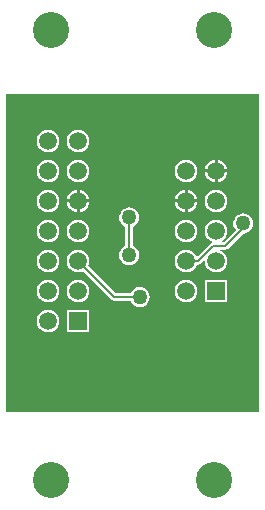
<source format=gbl>
%FSTAX23Y23*%
%MOIN*%
%SFA1B1*%

%IPPOS*%
%ADD10C,0.008000*%
%ADD11R,0.059060X0.059060*%
%ADD12C,0.059060*%
%ADD13C,0.050000*%
%ADD14C,0.120000*%
%LNjtag_connector3-1*%
%LPD*%
G36*
X02922Y03475D02*
X0208D01*
Y04535*
X02922*
Y03475*
G37*
%LNjtag_connector3-2*%
%LPC*%
G36*
X0232Y04117D02*
X0231Y04116D01*
X02301Y04112*
X02293Y04106*
X02287Y04098*
X02283Y04089*
X02282Y0408*
X02283Y0407*
X02287Y04061*
X02293Y04053*
X02301Y04047*
X0231Y04043*
X0232Y04042*
X02329Y04043*
X02338Y04047*
X02346Y04053*
X02352Y04061*
X02356Y0407*
X02357Y0408*
X02356Y04089*
X02352Y04098*
X02346Y04106*
X02338Y04112*
X02329Y04116*
X0232Y04117*
G37*
G36*
X0222D02*
X0221Y04116D01*
X02201Y04112*
X02193Y04106*
X02187Y04098*
X02183Y04089*
X02182Y0408*
X02183Y0407*
X02187Y04061*
X02193Y04053*
X02201Y04047*
X0221Y04043*
X0222Y04042*
X02229Y04043*
X02238Y04047*
X02246Y04053*
X02252Y04061*
X02256Y0407*
X02257Y0408*
X02256Y04089*
X02252Y04098*
X02246Y04106*
X02238Y04112*
X02229Y04116*
X0222Y04117*
G37*
G36*
X0249Y04158D02*
X02481Y04157D01*
X02473Y04153*
X02466Y04148*
X02461Y04141*
X02457Y04133*
X02456Y04125*
X02457Y04116*
X02461Y04108*
X02466Y04101*
X02473Y04096*
X02477Y04094*
Y0403*
X02473Y04028*
X02466Y04023*
X02461Y04016*
X02457Y04008*
X02456Y04*
X02457Y03991*
X02461Y03983*
X02466Y03976*
X02473Y03971*
X02481Y03967*
X0249Y03966*
X02498Y03967*
X02506Y03971*
X02513Y03976*
X02518Y03983*
X02522Y03991*
X02523Y04*
X02522Y04008*
X02518Y04016*
X02513Y04023*
X02506Y04028*
X02502Y0403*
Y04094*
X02506Y04096*
X02513Y04101*
X02518Y04108*
X02522Y04116*
X02523Y04125*
X02522Y04133*
X02518Y04141*
X02513Y04148*
X02506Y04153*
X02498Y04157*
X0249Y04158*
G37*
G36*
X0268Y04117D02*
X0267Y04116D01*
X02661Y04112*
X02653Y04106*
X02647Y04098*
X02643Y04089*
X02642Y0408*
X02643Y0407*
X02647Y04061*
X02653Y04053*
X02661Y04047*
X0267Y04043*
X0268Y04042*
X02689Y04043*
X02698Y04047*
X02706Y04053*
X02712Y04061*
X02716Y0407*
X02717Y0408*
X02716Y04089*
X02712Y04098*
X02706Y04106*
X02698Y04112*
X02689Y04116*
X0268Y04117*
G37*
G36*
X0278Y04217D02*
X0277Y04216D01*
X02761Y04212*
X02753Y04206*
X02747Y04198*
X02743Y04189*
X02742Y0418*
X02743Y0417*
X02747Y04161*
X02753Y04153*
X02761Y04147*
X0277Y04143*
X0278Y04142*
X02789Y04143*
X02798Y04147*
X02806Y04153*
X02812Y04161*
X02816Y0417*
X02817Y0418*
X02816Y04189*
X02812Y04198*
X02806Y04206*
X02798Y04212*
X02789Y04216*
X0278Y04217*
G37*
G36*
X0222D02*
X0221Y04216D01*
X02201Y04212*
X02193Y04206*
X02187Y04198*
X02183Y04189*
X02182Y0418*
X02183Y0417*
X02187Y04161*
X02193Y04153*
X02201Y04147*
X0221Y04143*
X0222Y04142*
X02229Y04143*
X02238Y04147*
X02246Y04153*
X02252Y04161*
X02256Y0417*
X02257Y0418*
X02256Y04189*
X02252Y04198*
X02246Y04206*
X02238Y04212*
X02229Y04216*
X0222Y04217*
G37*
G36*
X0287Y04138D02*
X02861Y04137D01*
X02853Y04133*
X02846Y04128*
X02841Y04121*
X02837Y04113*
X02836Y04105*
X02837Y04096*
X02841Y04088*
X02845Y04082*
X02804Y04042*
X02799*
X02798Y04047*
X02798Y04047*
X02806Y04053*
X02812Y04061*
X02816Y0407*
X02817Y0408*
X02816Y04089*
X02812Y04098*
X02806Y04106*
X02798Y04112*
X02789Y04116*
X0278Y04117*
X0277Y04116*
X02761Y04112*
X02753Y04106*
X02747Y04098*
X02743Y04089*
X02742Y0408*
X02743Y0407*
X02747Y04061*
X02753Y04053*
X02761Y04047*
X02764Y04045*
X02764Y0404*
X02761Y04038*
X02718Y03995*
X02713Y03996*
X02712Y03998*
X02706Y04006*
X02698Y04012*
X02689Y04016*
X0268Y04017*
X0267Y04016*
X02661Y04012*
X02653Y04006*
X02647Y03998*
X02643Y03989*
X02642Y0398*
X02643Y0397*
X02647Y03961*
X02653Y03953*
X02661Y03947*
X0267Y03943*
X0268Y03942*
X02689Y03943*
X02698Y03947*
X02706Y03953*
X02712Y03961*
X02715Y03967*
X0272*
X02724Y03968*
X02728Y03971*
X02737Y0398*
X02742Y03978*
X02743Y0397*
X02747Y03961*
X02753Y03953*
X02761Y03947*
X0277Y03943*
X0278Y03942*
X02789Y03943*
X02798Y03947*
X02806Y03953*
X02812Y03961*
X02816Y0397*
X02817Y0398*
X02816Y03989*
X02812Y03998*
X02806Y04006*
X02798Y04012*
X02789Y04016*
X02789Y04017*
X0281*
X02814Y04018*
X02818Y04021*
X02869Y04071*
X0287Y04071*
X02878Y04072*
X02886Y04076*
X02893Y04081*
X02898Y04088*
X02902Y04096*
X02903Y04105*
X02902Y04113*
X02898Y04121*
X02893Y04128*
X02886Y04133*
X02878Y04137*
X0287Y04138*
G37*
G36*
X0222Y04017D02*
X0221Y04016D01*
X02201Y04012*
X02193Y04006*
X02187Y03998*
X02183Y03989*
X02182Y0398*
X02183Y0397*
X02187Y03961*
X02193Y03953*
X02201Y03947*
X0221Y03943*
X0222Y03942*
X02229Y03943*
X02238Y03947*
X02246Y03953*
X02252Y03961*
X02256Y0397*
X02257Y0398*
X02256Y03989*
X02252Y03998*
X02246Y04006*
X02238Y04012*
X02229Y04016*
X0222Y04017*
G37*
G36*
X0232D02*
X0231Y04016D01*
X02301Y04012*
X02293Y04006*
X02287Y03998*
X02283Y03989*
X02282Y0398*
X02283Y0397*
X02287Y03961*
X02293Y03953*
X02301Y03947*
X0231Y03943*
X0232Y03942*
X02329Y03943*
X02336Y03946*
X02431Y03851*
X02435Y03848*
X0244Y03847*
X02494*
X02496Y03843*
X02501Y03836*
X02508Y03831*
X02516Y03827*
X02525Y03826*
X02533Y03827*
X02541Y03831*
X02548Y03836*
X02553Y03843*
X02557Y03851*
X02558Y0386*
X02557Y03868*
X02553Y03876*
X02548Y03883*
X02541Y03888*
X02533Y03892*
X02525Y03893*
X02516Y03892*
X02508Y03888*
X02501Y03883*
X02496Y03876*
X02494Y03872*
X02445*
X02353Y03963*
X02356Y0397*
X02357Y0398*
X02356Y03989*
X02352Y03998*
X02346Y04006*
X02338Y04012*
X02329Y04016*
X0232Y04017*
G37*
G36*
X02357Y03817D02*
X02282D01*
Y03742*
X02357*
Y03817*
G37*
G36*
X0222Y03817D02*
X0221Y03816D01*
X02201Y03812*
X02193Y03806*
X02187Y03798*
X02183Y03789*
X02182Y0378*
X02183Y0377*
X02187Y03761*
X02193Y03753*
X02201Y03747*
X0221Y03743*
X0222Y03742*
X02229Y03743*
X02238Y03747*
X02246Y03753*
X02252Y03761*
X02256Y0377*
X02257Y0378*
X02256Y03789*
X02252Y03798*
X02246Y03806*
X02238Y03812*
X02229Y03816*
X0222Y03817*
G37*
G36*
Y03917D02*
X0221Y03916D01*
X02201Y03912*
X02193Y03906*
X02187Y03898*
X02183Y03889*
X02182Y0388*
X02183Y0387*
X02187Y03861*
X02193Y03853*
X02201Y03847*
X0221Y03843*
X0222Y03842*
X02229Y03843*
X02238Y03847*
X02246Y03853*
X02252Y03861*
X02256Y0387*
X02257Y0388*
X02256Y03889*
X02252Y03898*
X02246Y03906*
X02238Y03912*
X02229Y03916*
X0222Y03917*
G37*
G36*
X02817Y03917D02*
X02742D01*
Y03842*
X02817*
Y03917*
G37*
G36*
X0268Y03917D02*
X0267Y03916D01*
X02661Y03912*
X02653Y03906*
X02647Y03898*
X02643Y03889*
X02642Y0388*
X02643Y0387*
X02647Y03861*
X02653Y03853*
X02661Y03847*
X0267Y03843*
X0268Y03842*
X02689Y03843*
X02698Y03847*
X02706Y03853*
X02712Y03861*
X02716Y0387*
X02717Y0388*
X02716Y03889*
X02712Y03898*
X02706Y03906*
X02698Y03912*
X02689Y03916*
X0268Y03917*
G37*
G36*
X0232D02*
X0231Y03916D01*
X02301Y03912*
X02293Y03906*
X02287Y03898*
X02283Y03889*
X02282Y0388*
X02283Y0387*
X02287Y03861*
X02293Y03853*
X02301Y03847*
X0231Y03843*
X0232Y03842*
X02329Y03843*
X02338Y03847*
X02346Y03853*
X02352Y03861*
X02356Y0387*
X02357Y0388*
X02356Y03889*
X02352Y03898*
X02346Y03906*
X02338Y03912*
X02329Y03916*
X0232Y03917*
G37*
G36*
X02315Y04175D02*
X02282D01*
X02283Y0417*
X02287Y04161*
X02293Y04153*
X02301Y04147*
X0231Y04143*
X02315Y04142*
Y04175*
G37*
G36*
X02775Y04275D02*
X02742D01*
X02743Y0427*
X02747Y04261*
X02753Y04253*
X02761Y04247*
X0277Y04243*
X02775Y04242*
Y04275*
G37*
G36*
X02817D02*
X02785D01*
Y04242*
X02789Y04243*
X02798Y04247*
X02806Y04253*
X02812Y04261*
X02816Y0427*
X02817Y04275*
G37*
G36*
X0232Y04317D02*
X0231Y04316D01*
X02301Y04312*
X02293Y04306*
X02287Y04298*
X02283Y04289*
X02282Y0428*
X02283Y0427*
X02287Y04261*
X02293Y04253*
X02301Y04247*
X0231Y04243*
X0232Y04242*
X02329Y04243*
X02338Y04247*
X02346Y04253*
X02352Y04261*
X02356Y0427*
X02357Y0428*
X02356Y04289*
X02352Y04298*
X02346Y04306*
X02338Y04312*
X02329Y04316*
X0232Y04317*
G37*
G36*
X0268D02*
X0267Y04316D01*
X02661Y04312*
X02653Y04306*
X02647Y04298*
X02643Y04289*
X02642Y0428*
X02643Y0427*
X02647Y04261*
X02653Y04253*
X02661Y04247*
X0267Y04243*
X0268Y04242*
X02689Y04243*
X02698Y04247*
X02706Y04253*
X02712Y04261*
X02716Y0427*
X02717Y0428*
X02716Y04289*
X02712Y04298*
X02706Y04306*
X02698Y04312*
X02689Y04316*
X0268Y04317*
G37*
G36*
X0222Y04417D02*
X0221Y04416D01*
X02201Y04412*
X02193Y04406*
X02187Y04398*
X02183Y04389*
X02182Y0438*
X02183Y0437*
X02187Y04361*
X02193Y04353*
X02201Y04347*
X0221Y04343*
X0222Y04342*
X02229Y04343*
X02238Y04347*
X02246Y04353*
X02252Y04361*
X02256Y0437*
X02257Y0438*
X02256Y04389*
X02252Y04398*
X02246Y04406*
X02238Y04412*
X02229Y04416*
X0222Y04417*
G37*
G36*
X0232D02*
X0231Y04416D01*
X02301Y04412*
X02293Y04406*
X02287Y04398*
X02283Y04389*
X02282Y0438*
X02283Y0437*
X02287Y04361*
X02293Y04353*
X02301Y04347*
X0231Y04343*
X0232Y04342*
X02329Y04343*
X02338Y04347*
X02346Y04353*
X02352Y04361*
X02356Y0437*
X02357Y0438*
X02356Y04389*
X02352Y04398*
X02346Y04406*
X02338Y04412*
X02329Y04416*
X0232Y04417*
G37*
G36*
X02775Y04317D02*
X0277Y04316D01*
X02761Y04312*
X02753Y04306*
X02747Y04298*
X02743Y04289*
X02742Y04285*
X02775*
Y04317*
G37*
G36*
X02785D02*
Y04285D01*
X02817*
X02816Y04289*
X02812Y04298*
X02806Y04306*
X02798Y04312*
X02789Y04316*
X02785Y04317*
G37*
G36*
X02717Y04175D02*
X02685D01*
Y04142*
X02689Y04143*
X02698Y04147*
X02706Y04153*
X02712Y04161*
X02716Y0417*
X02717Y04175*
G37*
G36*
X02315Y04217D02*
X0231Y04216D01*
X02301Y04212*
X02293Y04206*
X02287Y04198*
X02283Y04189*
X02282Y04185*
X02315*
Y04217*
G37*
G36*
X02357Y04175D02*
X02325D01*
Y04142*
X02329Y04143*
X02338Y04147*
X02346Y04153*
X02352Y04161*
X02356Y0417*
X02357Y04175*
G37*
G36*
X02675D02*
X02642D01*
X02643Y0417*
X02647Y04161*
X02653Y04153*
X02661Y04147*
X0267Y04143*
X02675Y04142*
Y04175*
G37*
G36*
X02685Y04217D02*
Y04185D01*
X02717*
X02716Y04189*
X02712Y04198*
X02706Y04206*
X02698Y04212*
X02689Y04216*
X02685Y04217*
G37*
G36*
X0222Y04317D02*
X0221Y04316D01*
X02201Y04312*
X02193Y04306*
X02187Y04298*
X02183Y04289*
X02182Y0428*
X02183Y0427*
X02187Y04261*
X02193Y04253*
X02201Y04247*
X0221Y04243*
X0222Y04242*
X02229Y04243*
X02238Y04247*
X02246Y04253*
X02252Y04261*
X02256Y0427*
X02257Y0428*
X02256Y04289*
X02252Y04298*
X02246Y04306*
X02238Y04312*
X02229Y04316*
X0222Y04317*
G37*
G36*
X02325Y04217D02*
Y04185D01*
X02357*
X02356Y04189*
X02352Y04198*
X02346Y04206*
X02338Y04212*
X02329Y04216*
X02325Y04217*
G37*
G36*
X02675D02*
X0267Y04216D01*
X02661Y04212*
X02653Y04206*
X02647Y04198*
X02643Y04189*
X02642Y04185*
X02675*
Y04217*
G37*
%LNjtag_connector3-3*%
%LPD*%
G54D10*
X0281Y0403D02*
X02885Y04105D01*
X0268Y0398D02*
X0272D01*
X0277Y0403D02*
X0281D01*
X0244Y0386D02*
X02525D01*
X0232Y0398D02*
X0244Y0386D01*
X0249Y04D02*
Y04125D01*
Y04D02*
X02495Y03995D01*
X0272Y0398D02*
X0277Y0403D01*
G54D11*
X0232Y0378D03*
X0278Y0388D03*
G54D12*
X0222Y0378D03*
X0232Y0388D03*
X0222D03*
X0232Y0398D03*
X0222D03*
X0232Y0408D03*
X0222D03*
X0232Y0418D03*
X0222D03*
X0232Y0428D03*
X0222D03*
X0232Y0438D03*
X0222D03*
X0268Y0428D03*
X0278D03*
X0268Y0418D03*
X0278D03*
X0268Y0408D03*
X0278D03*
X0268Y0398D03*
X0278D03*
X0268Y0388D03*
G54D13*
X02525Y0386D03*
X0249Y04D03*
Y04125D03*
X0287Y04105D03*
G54D14*
X02228Y0325D03*
X02771D03*
X02228Y0475D03*
X02771D03*
M02*
</source>
